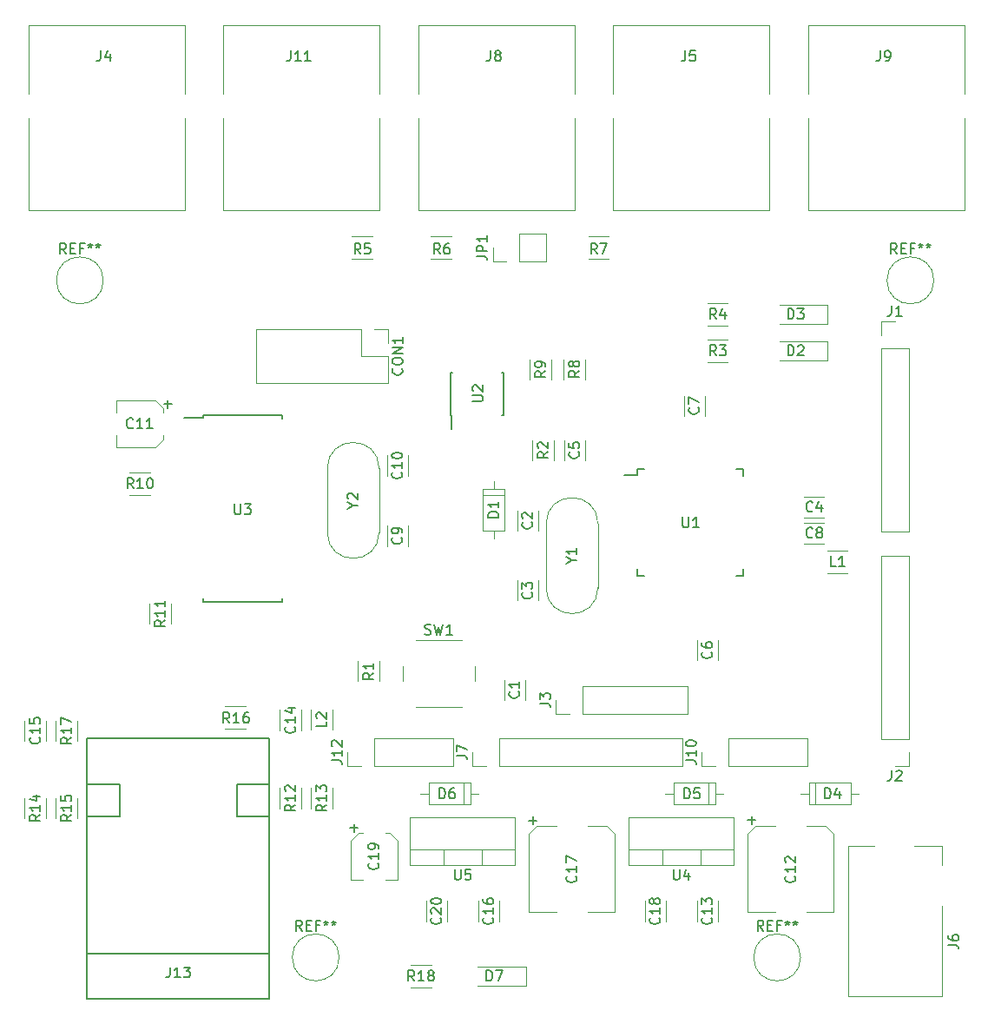
<source format=gbr>
G04 #@! TF.FileFunction,Legend,Top*
%FSLAX46Y46*%
G04 Gerber Fmt 4.6, Leading zero omitted, Abs format (unit mm)*
G04 Created by KiCad (PCBNEW 4.0.7-e2-6376~58~ubuntu16.04.1) date Wed Jun 27 11:11:34 2018*
%MOMM*%
%LPD*%
G01*
G04 APERTURE LIST*
%ADD10C,0.100000*%
%ADD11C,0.150000*%
%ADD12C,0.120000*%
G04 APERTURE END LIST*
D10*
D11*
X58991000Y-109112000D02*
X58991000Y-109362000D01*
X66741000Y-109112000D02*
X66741000Y-109457000D01*
X66741000Y-127362000D02*
X66741000Y-127017000D01*
X58991000Y-127362000D02*
X58991000Y-127017000D01*
X58991000Y-109112000D02*
X66741000Y-109112000D01*
X58991000Y-127362000D02*
X66741000Y-127362000D01*
X58991000Y-109362000D02*
X57166000Y-109362000D01*
D12*
X90508000Y-164780000D02*
X90508000Y-162880000D01*
X90508000Y-162880000D02*
X85808000Y-162880000D01*
X90508000Y-164780000D02*
X85808000Y-164780000D01*
X81296000Y-164900000D02*
X79296000Y-164900000D01*
X79296000Y-162760000D02*
X81296000Y-162760000D01*
X131092000Y-157000000D02*
X131092000Y-165800000D01*
X131092000Y-165800000D02*
X121892000Y-165800000D01*
X128392000Y-151100000D02*
X131092000Y-151100000D01*
X131092000Y-151100000D02*
X131092000Y-153000000D01*
X121892000Y-165800000D02*
X121892000Y-151100000D01*
X121892000Y-151100000D02*
X124492000Y-151100000D01*
X51864000Y-114754000D02*
X53864000Y-114754000D01*
X53864000Y-116894000D02*
X51864000Y-116894000D01*
X109224000Y-133048000D02*
X109224000Y-131048000D01*
X107184000Y-131048000D02*
X107184000Y-133048000D01*
D11*
X47720000Y-166040000D02*
X47720000Y-161595000D01*
X47720000Y-161595000D02*
X65500000Y-161595000D01*
X65500000Y-148260000D02*
X65500000Y-155245000D01*
X65500000Y-155245000D02*
X65500000Y-166040000D01*
X65500000Y-166040000D02*
X47720000Y-166040000D01*
X47720000Y-166040000D02*
X47720000Y-148260000D01*
X65500000Y-145085000D02*
X65500000Y-140640000D01*
X65500000Y-140640000D02*
X47720000Y-140640000D01*
X47720000Y-140640000D02*
X47720000Y-145085000D01*
X62325000Y-145085000D02*
X62325000Y-148260000D01*
X62325000Y-148260000D02*
X65500000Y-148260000D01*
X65500000Y-148260000D02*
X65500000Y-145085000D01*
X65500000Y-145085000D02*
X62325000Y-145085000D01*
X50895000Y-145085000D02*
X47720000Y-145085000D01*
X47720000Y-145085000D02*
X47720000Y-148260000D01*
X47720000Y-148260000D02*
X50895000Y-148260000D01*
X50895000Y-148260000D02*
X50895000Y-145085000D01*
D12*
X105914000Y-107236000D02*
X105914000Y-109236000D01*
X107954000Y-109236000D02*
X107954000Y-107236000D01*
X97521000Y-119711000D02*
X97521000Y-125961000D01*
X92471000Y-119711000D02*
X92471000Y-125961000D01*
X92471000Y-119711000D02*
G75*
G02X97521000Y-119711000I2525000J0D01*
G01*
X92471000Y-125961000D02*
G75*
G03X97521000Y-125961000I2525000J0D01*
G01*
X57238000Y-71124000D02*
X41998000Y-71124000D01*
X41998000Y-89154000D02*
X42008000Y-80164000D01*
X41998000Y-89154000D02*
X57238000Y-89154000D01*
X57238000Y-89154000D02*
X57238000Y-80154000D01*
X42008000Y-77824000D02*
X41998000Y-71124000D01*
X57238000Y-77834000D02*
X57238000Y-71124000D01*
X90428000Y-136922000D02*
X90428000Y-134922000D01*
X88388000Y-134922000D02*
X88388000Y-136922000D01*
X89658000Y-118412000D02*
X89658000Y-120412000D01*
X91698000Y-120412000D02*
X91698000Y-118412000D01*
X91698000Y-127206000D02*
X91698000Y-125206000D01*
X89658000Y-125206000D02*
X89658000Y-127206000D01*
X119586000Y-117090000D02*
X117586000Y-117090000D01*
X117586000Y-119130000D02*
X119586000Y-119130000D01*
X94230000Y-111554000D02*
X94230000Y-113554000D01*
X96270000Y-113554000D02*
X96270000Y-111554000D01*
X119586000Y-119630000D02*
X117586000Y-119630000D01*
X117586000Y-121670000D02*
X119586000Y-121670000D01*
X78998000Y-121904000D02*
X78998000Y-119904000D01*
X76958000Y-119904000D02*
X76958000Y-121904000D01*
X76958000Y-113046000D02*
X76958000Y-115046000D01*
X78998000Y-115046000D02*
X78998000Y-113046000D01*
X55100000Y-111502000D02*
X55100000Y-111102000D01*
X50520000Y-112272000D02*
X50520000Y-111102000D01*
X50520000Y-107692000D02*
X50520000Y-108862000D01*
X55100000Y-108462000D02*
X55100000Y-108862000D01*
X54330000Y-107692000D02*
X50520000Y-107692000D01*
X54330000Y-107692000D02*
X55100000Y-108462000D01*
X54330000Y-112272000D02*
X50520000Y-112272000D01*
X54330000Y-112272000D02*
X55100000Y-111502000D01*
X112142000Y-157606000D02*
X114822000Y-157606000D01*
X120522000Y-157606000D02*
X117842000Y-157606000D01*
X119762000Y-149226000D02*
X117842000Y-149226000D01*
X112902000Y-149226000D02*
X114822000Y-149226000D01*
X112142000Y-157606000D02*
X112142000Y-149986000D01*
X112142000Y-149986000D02*
X112902000Y-149226000D01*
X119762000Y-149226000D02*
X120522000Y-149986000D01*
X120522000Y-149986000D02*
X120522000Y-157606000D01*
X109224000Y-158480000D02*
X109224000Y-156480000D01*
X107184000Y-156480000D02*
X107184000Y-158480000D01*
X66512000Y-137856000D02*
X66512000Y-139856000D01*
X68552000Y-139856000D02*
X68552000Y-137856000D01*
X41620000Y-138904000D02*
X41620000Y-140904000D01*
X43660000Y-140904000D02*
X43660000Y-138904000D01*
X87888000Y-158480000D02*
X87888000Y-156480000D01*
X85848000Y-156480000D02*
X85848000Y-158480000D01*
X90806000Y-157608000D02*
X93486000Y-157608000D01*
X99186000Y-157608000D02*
X96506000Y-157608000D01*
X98426000Y-149228000D02*
X96506000Y-149228000D01*
X91566000Y-149228000D02*
X93486000Y-149228000D01*
X90806000Y-157608000D02*
X90806000Y-149988000D01*
X90806000Y-149988000D02*
X91566000Y-149228000D01*
X98426000Y-149228000D02*
X99186000Y-149988000D01*
X99186000Y-149988000D02*
X99186000Y-157608000D01*
X104144000Y-158480000D02*
X104144000Y-156480000D01*
X102104000Y-156480000D02*
X102104000Y-158480000D01*
X77212000Y-149856000D02*
X76812000Y-149856000D01*
X77982000Y-154436000D02*
X76812000Y-154436000D01*
X73402000Y-154436000D02*
X74572000Y-154436000D01*
X74172000Y-149856000D02*
X74572000Y-149856000D01*
X73402000Y-150626000D02*
X73402000Y-154436000D01*
X73402000Y-150626000D02*
X74172000Y-149856000D01*
X77982000Y-150626000D02*
X77982000Y-154436000D01*
X77982000Y-150626000D02*
X77212000Y-149856000D01*
X82808000Y-158480000D02*
X82808000Y-156480000D01*
X80768000Y-156480000D02*
X80768000Y-158480000D01*
X64202000Y-100778000D02*
X64202000Y-105978000D01*
X74422000Y-100778000D02*
X64202000Y-100778000D01*
X77022000Y-105978000D02*
X64202000Y-105978000D01*
X74422000Y-100778000D02*
X74422000Y-103378000D01*
X74422000Y-103378000D02*
X77022000Y-103378000D01*
X77022000Y-103378000D02*
X77022000Y-105978000D01*
X75692000Y-100778000D02*
X77022000Y-100778000D01*
X77022000Y-100778000D02*
X77022000Y-102108000D01*
X88436000Y-116304000D02*
X86316000Y-116304000D01*
X86316000Y-116304000D02*
X86316000Y-120424000D01*
X86316000Y-120424000D02*
X88436000Y-120424000D01*
X88436000Y-120424000D02*
X88436000Y-116304000D01*
X87376000Y-115534000D02*
X87376000Y-116304000D01*
X87376000Y-121194000D02*
X87376000Y-120424000D01*
X88436000Y-116964000D02*
X86316000Y-116964000D01*
X119908000Y-103820000D02*
X119908000Y-101920000D01*
X119908000Y-101920000D02*
X115208000Y-101920000D01*
X119908000Y-103820000D02*
X115208000Y-103820000D01*
X119908000Y-100264000D02*
X119908000Y-98364000D01*
X119908000Y-98364000D02*
X115208000Y-98364000D01*
X119908000Y-100264000D02*
X115208000Y-100264000D01*
X118082000Y-144990000D02*
X118082000Y-147110000D01*
X118082000Y-147110000D02*
X122202000Y-147110000D01*
X122202000Y-147110000D02*
X122202000Y-144990000D01*
X122202000Y-144990000D02*
X118082000Y-144990000D01*
X117312000Y-146050000D02*
X118082000Y-146050000D01*
X122972000Y-146050000D02*
X122202000Y-146050000D01*
X118742000Y-144990000D02*
X118742000Y-147110000D01*
X108994000Y-147110000D02*
X108994000Y-144990000D01*
X108994000Y-144990000D02*
X104874000Y-144990000D01*
X104874000Y-144990000D02*
X104874000Y-147110000D01*
X104874000Y-147110000D02*
X108994000Y-147110000D01*
X109764000Y-146050000D02*
X108994000Y-146050000D01*
X104104000Y-146050000D02*
X104874000Y-146050000D01*
X108334000Y-147110000D02*
X108334000Y-144990000D01*
X85118000Y-147110000D02*
X85118000Y-144990000D01*
X85118000Y-144990000D02*
X80998000Y-144990000D01*
X80998000Y-144990000D02*
X80998000Y-147110000D01*
X80998000Y-147110000D02*
X85118000Y-147110000D01*
X85888000Y-146050000D02*
X85118000Y-146050000D01*
X80228000Y-146050000D02*
X80998000Y-146050000D01*
X84458000Y-147110000D02*
X84458000Y-144990000D01*
X125162000Y-120456000D02*
X127822000Y-120456000D01*
X125162000Y-102616000D02*
X125162000Y-120456000D01*
X127822000Y-102616000D02*
X127822000Y-120456000D01*
X125162000Y-102616000D02*
X127822000Y-102616000D01*
X125162000Y-101346000D02*
X125162000Y-100016000D01*
X125162000Y-100016000D02*
X126492000Y-100016000D01*
X127822000Y-122876000D02*
X125162000Y-122876000D01*
X127822000Y-140716000D02*
X127822000Y-122876000D01*
X125162000Y-140716000D02*
X125162000Y-122876000D01*
X127822000Y-140716000D02*
X125162000Y-140716000D01*
X127822000Y-141986000D02*
X127822000Y-143316000D01*
X127822000Y-143316000D02*
X126492000Y-143316000D01*
X106232000Y-138236000D02*
X106232000Y-135576000D01*
X96012000Y-138236000D02*
X106232000Y-138236000D01*
X96012000Y-135576000D02*
X106232000Y-135576000D01*
X96012000Y-138236000D02*
X96012000Y-135576000D01*
X94742000Y-138236000D02*
X93412000Y-138236000D01*
X93412000Y-138236000D02*
X93412000Y-136906000D01*
X114248500Y-71124000D02*
X99008500Y-71124000D01*
X99008500Y-89154000D02*
X99018500Y-80164000D01*
X99008500Y-89154000D02*
X114248500Y-89154000D01*
X114248500Y-89154000D02*
X114248500Y-80154000D01*
X99018500Y-77824000D02*
X99008500Y-71124000D01*
X114248500Y-77834000D02*
X114248500Y-71124000D01*
X105724000Y-143316000D02*
X105724000Y-140656000D01*
X87884000Y-143316000D02*
X105724000Y-143316000D01*
X87884000Y-140656000D02*
X105724000Y-140656000D01*
X87884000Y-143316000D02*
X87884000Y-140656000D01*
X86614000Y-143316000D02*
X85284000Y-143316000D01*
X85284000Y-143316000D02*
X85284000Y-141986000D01*
X95245000Y-71124000D02*
X80005000Y-71124000D01*
X80005000Y-89154000D02*
X80015000Y-80164000D01*
X80005000Y-89154000D02*
X95245000Y-89154000D01*
X95245000Y-89154000D02*
X95245000Y-80154000D01*
X80015000Y-77824000D02*
X80005000Y-71124000D01*
X95245000Y-77834000D02*
X95245000Y-71124000D01*
X133252000Y-71124000D02*
X118012000Y-71124000D01*
X118012000Y-89154000D02*
X118022000Y-80164000D01*
X118012000Y-89154000D02*
X133252000Y-89154000D01*
X133252000Y-89154000D02*
X133252000Y-80154000D01*
X118022000Y-77824000D02*
X118012000Y-71124000D01*
X133252000Y-77834000D02*
X133252000Y-71124000D01*
X117916000Y-143316000D02*
X117916000Y-140656000D01*
X110236000Y-143316000D02*
X117916000Y-143316000D01*
X110236000Y-140656000D02*
X117916000Y-140656000D01*
X110236000Y-143316000D02*
X110236000Y-140656000D01*
X108966000Y-143316000D02*
X107636000Y-143316000D01*
X107636000Y-143316000D02*
X107636000Y-141986000D01*
X76241500Y-71124000D02*
X61001500Y-71124000D01*
X61001500Y-89154000D02*
X61011500Y-80164000D01*
X61001500Y-89154000D02*
X76241500Y-89154000D01*
X76241500Y-89154000D02*
X76241500Y-80154000D01*
X61011500Y-77824000D02*
X61001500Y-71124000D01*
X76241500Y-77834000D02*
X76241500Y-71124000D01*
X83372000Y-143316000D02*
X83372000Y-140656000D01*
X75692000Y-143316000D02*
X83372000Y-143316000D01*
X75692000Y-140656000D02*
X83372000Y-140656000D01*
X75692000Y-143316000D02*
X75692000Y-140656000D01*
X74422000Y-143316000D02*
X73092000Y-143316000D01*
X73092000Y-143316000D02*
X73092000Y-141986000D01*
X92474420Y-94140780D02*
X92474420Y-91480780D01*
X89874420Y-94140780D02*
X92474420Y-94140780D01*
X89874420Y-91480780D02*
X92474420Y-91480780D01*
X89874420Y-94140780D02*
X89874420Y-91480780D01*
X88604420Y-94140780D02*
X87274420Y-94140780D01*
X87274420Y-94140780D02*
X87274420Y-92810780D01*
X119872000Y-122374000D02*
X121872000Y-122374000D01*
X121872000Y-124514000D02*
X119872000Y-124514000D01*
X69510000Y-139824000D02*
X69510000Y-137824000D01*
X71650000Y-137824000D02*
X71650000Y-139824000D01*
X74114000Y-135080000D02*
X74114000Y-133080000D01*
X76254000Y-133080000D02*
X76254000Y-135080000D01*
X91132000Y-113554000D02*
X91132000Y-111554000D01*
X93272000Y-111554000D02*
X93272000Y-113554000D01*
X108188000Y-101800000D02*
X110188000Y-101800000D01*
X110188000Y-103940000D02*
X108188000Y-103940000D01*
X108188000Y-98244000D02*
X110188000Y-98244000D01*
X110188000Y-100384000D02*
X108188000Y-100384000D01*
X75539420Y-93880780D02*
X73539420Y-93880780D01*
X73539420Y-91740780D02*
X75539420Y-91740780D01*
X83222420Y-93880780D02*
X81222420Y-93880780D01*
X81222420Y-91740780D02*
X83222420Y-91740780D01*
X98589420Y-93880780D02*
X96589420Y-93880780D01*
X96589420Y-91740780D02*
X98589420Y-91740780D01*
X96320000Y-103680000D02*
X96320000Y-105680000D01*
X94180000Y-105680000D02*
X94180000Y-103680000D01*
X93018000Y-103680000D02*
X93018000Y-105680000D01*
X90878000Y-105680000D02*
X90878000Y-103680000D01*
X53794000Y-129492000D02*
X53794000Y-127492000D01*
X55934000Y-127492000D02*
X55934000Y-129492000D01*
X68602000Y-145476000D02*
X68602000Y-147476000D01*
X66462000Y-147476000D02*
X66462000Y-145476000D01*
X69510000Y-147476000D02*
X69510000Y-145476000D01*
X71650000Y-145476000D02*
X71650000Y-147476000D01*
X43710000Y-146460000D02*
X43710000Y-148460000D01*
X41570000Y-148460000D02*
X41570000Y-146460000D01*
X44618000Y-148460000D02*
X44618000Y-146460000D01*
X46758000Y-146460000D02*
X46758000Y-148460000D01*
X61166000Y-137532000D02*
X63166000Y-137532000D01*
X63166000Y-139672000D02*
X61166000Y-139672000D01*
X46758000Y-138904000D02*
X46758000Y-140904000D01*
X44618000Y-140904000D02*
X44618000Y-138904000D01*
X79740000Y-137580000D02*
X84240000Y-137580000D01*
X78490000Y-133580000D02*
X78490000Y-135080000D01*
X84240000Y-131080000D02*
X79740000Y-131080000D01*
X85490000Y-135080000D02*
X85490000Y-133580000D01*
D11*
X101378000Y-114421000D02*
X101378000Y-114996000D01*
X111728000Y-114421000D02*
X111728000Y-115096000D01*
X111728000Y-124771000D02*
X111728000Y-124096000D01*
X101378000Y-124771000D02*
X101378000Y-124096000D01*
X101378000Y-114421000D02*
X102053000Y-114421000D01*
X101378000Y-124771000D02*
X102053000Y-124771000D01*
X111728000Y-124771000D02*
X111053000Y-124771000D01*
X111728000Y-114421000D02*
X111053000Y-114421000D01*
X101378000Y-114996000D02*
X100103000Y-114996000D01*
X83150000Y-109103000D02*
X83200000Y-109103000D01*
X83150000Y-104953000D02*
X83295000Y-104953000D01*
X88300000Y-104953000D02*
X88155000Y-104953000D01*
X88300000Y-109103000D02*
X88155000Y-109103000D01*
X83150000Y-109103000D02*
X83150000Y-104953000D01*
X88300000Y-109103000D02*
X88300000Y-104953000D01*
X83200000Y-109103000D02*
X83200000Y-110503000D01*
D12*
X110784000Y-152988000D02*
X100544000Y-152988000D01*
X110784000Y-148347000D02*
X100544000Y-148347000D01*
X110784000Y-152988000D02*
X110784000Y-148347000D01*
X100544000Y-152988000D02*
X100544000Y-148347000D01*
X110784000Y-151478000D02*
X100544000Y-151478000D01*
X107514000Y-152988000D02*
X107514000Y-151478000D01*
X103813000Y-152988000D02*
X103813000Y-151478000D01*
X89448000Y-152988000D02*
X79208000Y-152988000D01*
X89448000Y-148347000D02*
X79208000Y-148347000D01*
X89448000Y-152988000D02*
X89448000Y-148347000D01*
X79208000Y-152988000D02*
X79208000Y-148347000D01*
X89448000Y-151478000D02*
X79208000Y-151478000D01*
X86178000Y-152988000D02*
X86178000Y-151478000D01*
X82477000Y-152988000D02*
X82477000Y-151478000D01*
X71135000Y-120573000D02*
X71135000Y-114323000D01*
X76185000Y-120573000D02*
X76185000Y-114323000D01*
X76185000Y-120573000D02*
G75*
G02X71135000Y-120573000I-2525000J0D01*
G01*
X76185000Y-114323000D02*
G75*
G03X71135000Y-114323000I-2525000J0D01*
G01*
X130286000Y-96000000D02*
G75*
G03X130286000Y-96000000I-2286000J0D01*
G01*
X49286000Y-96000000D02*
G75*
G03X49286000Y-96000000I-2286000J0D01*
G01*
X117286000Y-162000000D02*
G75*
G03X117286000Y-162000000I-2286000J0D01*
G01*
X72286000Y-162000000D02*
G75*
G03X72286000Y-162000000I-2286000J0D01*
G01*
D11*
X62104095Y-117816381D02*
X62104095Y-118625905D01*
X62151714Y-118721143D01*
X62199333Y-118768762D01*
X62294571Y-118816381D01*
X62485048Y-118816381D01*
X62580286Y-118768762D01*
X62627905Y-118721143D01*
X62675524Y-118625905D01*
X62675524Y-117816381D01*
X63056476Y-117816381D02*
X63675524Y-117816381D01*
X63342190Y-118197333D01*
X63485048Y-118197333D01*
X63580286Y-118244952D01*
X63627905Y-118292571D01*
X63675524Y-118387810D01*
X63675524Y-118625905D01*
X63627905Y-118721143D01*
X63580286Y-118768762D01*
X63485048Y-118816381D01*
X63199333Y-118816381D01*
X63104095Y-118768762D01*
X63056476Y-118721143D01*
X86669905Y-164282381D02*
X86669905Y-163282381D01*
X86908000Y-163282381D01*
X87050858Y-163330000D01*
X87146096Y-163425238D01*
X87193715Y-163520476D01*
X87241334Y-163710952D01*
X87241334Y-163853810D01*
X87193715Y-164044286D01*
X87146096Y-164139524D01*
X87050858Y-164234762D01*
X86908000Y-164282381D01*
X86669905Y-164282381D01*
X87574667Y-163282381D02*
X88241334Y-163282381D01*
X87812762Y-164282381D01*
X79621143Y-164282381D02*
X79287809Y-163806190D01*
X79049714Y-164282381D02*
X79049714Y-163282381D01*
X79430667Y-163282381D01*
X79525905Y-163330000D01*
X79573524Y-163377619D01*
X79621143Y-163472857D01*
X79621143Y-163615714D01*
X79573524Y-163710952D01*
X79525905Y-163758571D01*
X79430667Y-163806190D01*
X79049714Y-163806190D01*
X80573524Y-164282381D02*
X80002095Y-164282381D01*
X80287809Y-164282381D02*
X80287809Y-163282381D01*
X80192571Y-163425238D01*
X80097333Y-163520476D01*
X80002095Y-163568095D01*
X81144952Y-163710952D02*
X81049714Y-163663333D01*
X81002095Y-163615714D01*
X80954476Y-163520476D01*
X80954476Y-163472857D01*
X81002095Y-163377619D01*
X81049714Y-163330000D01*
X81144952Y-163282381D01*
X81335429Y-163282381D01*
X81430667Y-163330000D01*
X81478286Y-163377619D01*
X81525905Y-163472857D01*
X81525905Y-163520476D01*
X81478286Y-163615714D01*
X81430667Y-163663333D01*
X81335429Y-163710952D01*
X81144952Y-163710952D01*
X81049714Y-163758571D01*
X81002095Y-163806190D01*
X80954476Y-163901429D01*
X80954476Y-164091905D01*
X81002095Y-164187143D01*
X81049714Y-164234762D01*
X81144952Y-164282381D01*
X81335429Y-164282381D01*
X81430667Y-164234762D01*
X81478286Y-164187143D01*
X81525905Y-164091905D01*
X81525905Y-163901429D01*
X81478286Y-163806190D01*
X81430667Y-163758571D01*
X81335429Y-163710952D01*
X131694381Y-160783333D02*
X132408667Y-160783333D01*
X132551524Y-160830953D01*
X132646762Y-160926191D01*
X132694381Y-161069048D01*
X132694381Y-161164286D01*
X131694381Y-159878571D02*
X131694381Y-160069048D01*
X131742000Y-160164286D01*
X131789619Y-160211905D01*
X131932476Y-160307143D01*
X132122952Y-160354762D01*
X132503905Y-160354762D01*
X132599143Y-160307143D01*
X132646762Y-160259524D01*
X132694381Y-160164286D01*
X132694381Y-159973809D01*
X132646762Y-159878571D01*
X132599143Y-159830952D01*
X132503905Y-159783333D01*
X132265810Y-159783333D01*
X132170571Y-159830952D01*
X132122952Y-159878571D01*
X132075333Y-159973809D01*
X132075333Y-160164286D01*
X132122952Y-160259524D01*
X132170571Y-160307143D01*
X132265810Y-160354762D01*
X52221143Y-116276381D02*
X51887809Y-115800190D01*
X51649714Y-116276381D02*
X51649714Y-115276381D01*
X52030667Y-115276381D01*
X52125905Y-115324000D01*
X52173524Y-115371619D01*
X52221143Y-115466857D01*
X52221143Y-115609714D01*
X52173524Y-115704952D01*
X52125905Y-115752571D01*
X52030667Y-115800190D01*
X51649714Y-115800190D01*
X53173524Y-116276381D02*
X52602095Y-116276381D01*
X52887809Y-116276381D02*
X52887809Y-115276381D01*
X52792571Y-115419238D01*
X52697333Y-115514476D01*
X52602095Y-115562095D01*
X53792571Y-115276381D02*
X53887810Y-115276381D01*
X53983048Y-115324000D01*
X54030667Y-115371619D01*
X54078286Y-115466857D01*
X54125905Y-115657333D01*
X54125905Y-115895429D01*
X54078286Y-116085905D01*
X54030667Y-116181143D01*
X53983048Y-116228762D01*
X53887810Y-116276381D01*
X53792571Y-116276381D01*
X53697333Y-116228762D01*
X53649714Y-116181143D01*
X53602095Y-116085905D01*
X53554476Y-115895429D01*
X53554476Y-115657333D01*
X53602095Y-115466857D01*
X53649714Y-115371619D01*
X53697333Y-115324000D01*
X53792571Y-115276381D01*
X108561143Y-132214666D02*
X108608762Y-132262285D01*
X108656381Y-132405142D01*
X108656381Y-132500380D01*
X108608762Y-132643238D01*
X108513524Y-132738476D01*
X108418286Y-132786095D01*
X108227810Y-132833714D01*
X108084952Y-132833714D01*
X107894476Y-132786095D01*
X107799238Y-132738476D01*
X107704000Y-132643238D01*
X107656381Y-132500380D01*
X107656381Y-132405142D01*
X107704000Y-132262285D01*
X107751619Y-132214666D01*
X107656381Y-131357523D02*
X107656381Y-131548000D01*
X107704000Y-131643238D01*
X107751619Y-131690857D01*
X107894476Y-131786095D01*
X108084952Y-131833714D01*
X108465905Y-131833714D01*
X108561143Y-131786095D01*
X108608762Y-131738476D01*
X108656381Y-131643238D01*
X108656381Y-131452761D01*
X108608762Y-131357523D01*
X108561143Y-131309904D01*
X108465905Y-131262285D01*
X108227810Y-131262285D01*
X108132571Y-131309904D01*
X108084952Y-131357523D01*
X108037333Y-131452761D01*
X108037333Y-131643238D01*
X108084952Y-131738476D01*
X108132571Y-131786095D01*
X108227810Y-131833714D01*
X55800477Y-162952381D02*
X55800477Y-163666667D01*
X55752857Y-163809524D01*
X55657619Y-163904762D01*
X55514762Y-163952381D01*
X55419524Y-163952381D01*
X56800477Y-163952381D02*
X56229048Y-163952381D01*
X56514762Y-163952381D02*
X56514762Y-162952381D01*
X56419524Y-163095238D01*
X56324286Y-163190476D01*
X56229048Y-163238095D01*
X57133810Y-162952381D02*
X57752858Y-162952381D01*
X57419524Y-163333333D01*
X57562382Y-163333333D01*
X57657620Y-163380952D01*
X57705239Y-163428571D01*
X57752858Y-163523810D01*
X57752858Y-163761905D01*
X57705239Y-163857143D01*
X57657620Y-163904762D01*
X57562382Y-163952381D01*
X57276667Y-163952381D01*
X57181429Y-163904762D01*
X57133810Y-163857143D01*
X107291143Y-108402666D02*
X107338762Y-108450285D01*
X107386381Y-108593142D01*
X107386381Y-108688380D01*
X107338762Y-108831238D01*
X107243524Y-108926476D01*
X107148286Y-108974095D01*
X106957810Y-109021714D01*
X106814952Y-109021714D01*
X106624476Y-108974095D01*
X106529238Y-108926476D01*
X106434000Y-108831238D01*
X106386381Y-108688380D01*
X106386381Y-108593142D01*
X106434000Y-108450285D01*
X106481619Y-108402666D01*
X106386381Y-108069333D02*
X106386381Y-107402666D01*
X107386381Y-107831238D01*
X94972190Y-123312191D02*
X95448381Y-123312191D01*
X94448381Y-123645524D02*
X94972190Y-123312191D01*
X94448381Y-122978857D01*
X95448381Y-122121714D02*
X95448381Y-122693143D01*
X95448381Y-122407429D02*
X94448381Y-122407429D01*
X94591238Y-122502667D01*
X94686476Y-122597905D01*
X94734095Y-122693143D01*
X49034667Y-73616381D02*
X49034667Y-74330667D01*
X48987047Y-74473524D01*
X48891809Y-74568762D01*
X48748952Y-74616381D01*
X48653714Y-74616381D01*
X49939429Y-73949714D02*
X49939429Y-74616381D01*
X49701333Y-73568762D02*
X49463238Y-74283048D01*
X50082286Y-74283048D01*
X89765143Y-136088666D02*
X89812762Y-136136285D01*
X89860381Y-136279142D01*
X89860381Y-136374380D01*
X89812762Y-136517238D01*
X89717524Y-136612476D01*
X89622286Y-136660095D01*
X89431810Y-136707714D01*
X89288952Y-136707714D01*
X89098476Y-136660095D01*
X89003238Y-136612476D01*
X88908000Y-136517238D01*
X88860381Y-136374380D01*
X88860381Y-136279142D01*
X88908000Y-136136285D01*
X88955619Y-136088666D01*
X89860381Y-135136285D02*
X89860381Y-135707714D01*
X89860381Y-135422000D02*
X88860381Y-135422000D01*
X89003238Y-135517238D01*
X89098476Y-135612476D01*
X89146095Y-135707714D01*
X91035143Y-119578666D02*
X91082762Y-119626285D01*
X91130381Y-119769142D01*
X91130381Y-119864380D01*
X91082762Y-120007238D01*
X90987524Y-120102476D01*
X90892286Y-120150095D01*
X90701810Y-120197714D01*
X90558952Y-120197714D01*
X90368476Y-120150095D01*
X90273238Y-120102476D01*
X90178000Y-120007238D01*
X90130381Y-119864380D01*
X90130381Y-119769142D01*
X90178000Y-119626285D01*
X90225619Y-119578666D01*
X90225619Y-119197714D02*
X90178000Y-119150095D01*
X90130381Y-119054857D01*
X90130381Y-118816761D01*
X90178000Y-118721523D01*
X90225619Y-118673904D01*
X90320857Y-118626285D01*
X90416095Y-118626285D01*
X90558952Y-118673904D01*
X91130381Y-119245333D01*
X91130381Y-118626285D01*
X91035143Y-126404666D02*
X91082762Y-126452285D01*
X91130381Y-126595142D01*
X91130381Y-126690380D01*
X91082762Y-126833238D01*
X90987524Y-126928476D01*
X90892286Y-126976095D01*
X90701810Y-127023714D01*
X90558952Y-127023714D01*
X90368476Y-126976095D01*
X90273238Y-126928476D01*
X90178000Y-126833238D01*
X90130381Y-126690380D01*
X90130381Y-126595142D01*
X90178000Y-126452285D01*
X90225619Y-126404666D01*
X90130381Y-126071333D02*
X90130381Y-125452285D01*
X90511333Y-125785619D01*
X90511333Y-125642761D01*
X90558952Y-125547523D01*
X90606571Y-125499904D01*
X90701810Y-125452285D01*
X90939905Y-125452285D01*
X91035143Y-125499904D01*
X91082762Y-125547523D01*
X91130381Y-125642761D01*
X91130381Y-125928476D01*
X91082762Y-126023714D01*
X91035143Y-126071333D01*
X118451334Y-118467143D02*
X118403715Y-118514762D01*
X118260858Y-118562381D01*
X118165620Y-118562381D01*
X118022762Y-118514762D01*
X117927524Y-118419524D01*
X117879905Y-118324286D01*
X117832286Y-118133810D01*
X117832286Y-117990952D01*
X117879905Y-117800476D01*
X117927524Y-117705238D01*
X118022762Y-117610000D01*
X118165620Y-117562381D01*
X118260858Y-117562381D01*
X118403715Y-117610000D01*
X118451334Y-117657619D01*
X119308477Y-117895714D02*
X119308477Y-118562381D01*
X119070381Y-117514762D02*
X118832286Y-118229048D01*
X119451334Y-118229048D01*
X95607143Y-112720666D02*
X95654762Y-112768285D01*
X95702381Y-112911142D01*
X95702381Y-113006380D01*
X95654762Y-113149238D01*
X95559524Y-113244476D01*
X95464286Y-113292095D01*
X95273810Y-113339714D01*
X95130952Y-113339714D01*
X94940476Y-113292095D01*
X94845238Y-113244476D01*
X94750000Y-113149238D01*
X94702381Y-113006380D01*
X94702381Y-112911142D01*
X94750000Y-112768285D01*
X94797619Y-112720666D01*
X94702381Y-111815904D02*
X94702381Y-112292095D01*
X95178571Y-112339714D01*
X95130952Y-112292095D01*
X95083333Y-112196857D01*
X95083333Y-111958761D01*
X95130952Y-111863523D01*
X95178571Y-111815904D01*
X95273810Y-111768285D01*
X95511905Y-111768285D01*
X95607143Y-111815904D01*
X95654762Y-111863523D01*
X95702381Y-111958761D01*
X95702381Y-112196857D01*
X95654762Y-112292095D01*
X95607143Y-112339714D01*
X118451334Y-121007143D02*
X118403715Y-121054762D01*
X118260858Y-121102381D01*
X118165620Y-121102381D01*
X118022762Y-121054762D01*
X117927524Y-120959524D01*
X117879905Y-120864286D01*
X117832286Y-120673810D01*
X117832286Y-120530952D01*
X117879905Y-120340476D01*
X117927524Y-120245238D01*
X118022762Y-120150000D01*
X118165620Y-120102381D01*
X118260858Y-120102381D01*
X118403715Y-120150000D01*
X118451334Y-120197619D01*
X119022762Y-120530952D02*
X118927524Y-120483333D01*
X118879905Y-120435714D01*
X118832286Y-120340476D01*
X118832286Y-120292857D01*
X118879905Y-120197619D01*
X118927524Y-120150000D01*
X119022762Y-120102381D01*
X119213239Y-120102381D01*
X119308477Y-120150000D01*
X119356096Y-120197619D01*
X119403715Y-120292857D01*
X119403715Y-120340476D01*
X119356096Y-120435714D01*
X119308477Y-120483333D01*
X119213239Y-120530952D01*
X119022762Y-120530952D01*
X118927524Y-120578571D01*
X118879905Y-120626190D01*
X118832286Y-120721429D01*
X118832286Y-120911905D01*
X118879905Y-121007143D01*
X118927524Y-121054762D01*
X119022762Y-121102381D01*
X119213239Y-121102381D01*
X119308477Y-121054762D01*
X119356096Y-121007143D01*
X119403715Y-120911905D01*
X119403715Y-120721429D01*
X119356096Y-120626190D01*
X119308477Y-120578571D01*
X119213239Y-120530952D01*
X78335143Y-121070666D02*
X78382762Y-121118285D01*
X78430381Y-121261142D01*
X78430381Y-121356380D01*
X78382762Y-121499238D01*
X78287524Y-121594476D01*
X78192286Y-121642095D01*
X78001810Y-121689714D01*
X77858952Y-121689714D01*
X77668476Y-121642095D01*
X77573238Y-121594476D01*
X77478000Y-121499238D01*
X77430381Y-121356380D01*
X77430381Y-121261142D01*
X77478000Y-121118285D01*
X77525619Y-121070666D01*
X78430381Y-120594476D02*
X78430381Y-120404000D01*
X78382762Y-120308761D01*
X78335143Y-120261142D01*
X78192286Y-120165904D01*
X78001810Y-120118285D01*
X77620857Y-120118285D01*
X77525619Y-120165904D01*
X77478000Y-120213523D01*
X77430381Y-120308761D01*
X77430381Y-120499238D01*
X77478000Y-120594476D01*
X77525619Y-120642095D01*
X77620857Y-120689714D01*
X77858952Y-120689714D01*
X77954190Y-120642095D01*
X78001810Y-120594476D01*
X78049429Y-120499238D01*
X78049429Y-120308761D01*
X78001810Y-120213523D01*
X77954190Y-120165904D01*
X77858952Y-120118285D01*
X78335143Y-114688857D02*
X78382762Y-114736476D01*
X78430381Y-114879333D01*
X78430381Y-114974571D01*
X78382762Y-115117429D01*
X78287524Y-115212667D01*
X78192286Y-115260286D01*
X78001810Y-115307905D01*
X77858952Y-115307905D01*
X77668476Y-115260286D01*
X77573238Y-115212667D01*
X77478000Y-115117429D01*
X77430381Y-114974571D01*
X77430381Y-114879333D01*
X77478000Y-114736476D01*
X77525619Y-114688857D01*
X78430381Y-113736476D02*
X78430381Y-114307905D01*
X78430381Y-114022191D02*
X77430381Y-114022191D01*
X77573238Y-114117429D01*
X77668476Y-114212667D01*
X77716095Y-114307905D01*
X77430381Y-113117429D02*
X77430381Y-113022190D01*
X77478000Y-112926952D01*
X77525619Y-112879333D01*
X77620857Y-112831714D01*
X77811333Y-112784095D01*
X78049429Y-112784095D01*
X78239905Y-112831714D01*
X78335143Y-112879333D01*
X78382762Y-112926952D01*
X78430381Y-113022190D01*
X78430381Y-113117429D01*
X78382762Y-113212667D01*
X78335143Y-113260286D01*
X78239905Y-113307905D01*
X78049429Y-113355524D01*
X77811333Y-113355524D01*
X77620857Y-113307905D01*
X77525619Y-113260286D01*
X77478000Y-113212667D01*
X77430381Y-113117429D01*
X52189143Y-110339143D02*
X52141524Y-110386762D01*
X51998667Y-110434381D01*
X51903429Y-110434381D01*
X51760571Y-110386762D01*
X51665333Y-110291524D01*
X51617714Y-110196286D01*
X51570095Y-110005810D01*
X51570095Y-109862952D01*
X51617714Y-109672476D01*
X51665333Y-109577238D01*
X51760571Y-109482000D01*
X51903429Y-109434381D01*
X51998667Y-109434381D01*
X52141524Y-109482000D01*
X52189143Y-109529619D01*
X53141524Y-110434381D02*
X52570095Y-110434381D01*
X52855809Y-110434381D02*
X52855809Y-109434381D01*
X52760571Y-109577238D01*
X52665333Y-109672476D01*
X52570095Y-109720095D01*
X54093905Y-110434381D02*
X53522476Y-110434381D01*
X53808190Y-110434381D02*
X53808190Y-109434381D01*
X53712952Y-109577238D01*
X53617714Y-109672476D01*
X53522476Y-109720095D01*
X55199048Y-108043429D02*
X55960953Y-108043429D01*
X55580001Y-108424381D02*
X55580001Y-107662476D01*
X116689143Y-154058857D02*
X116736762Y-154106476D01*
X116784381Y-154249333D01*
X116784381Y-154344571D01*
X116736762Y-154487429D01*
X116641524Y-154582667D01*
X116546286Y-154630286D01*
X116355810Y-154677905D01*
X116212952Y-154677905D01*
X116022476Y-154630286D01*
X115927238Y-154582667D01*
X115832000Y-154487429D01*
X115784381Y-154344571D01*
X115784381Y-154249333D01*
X115832000Y-154106476D01*
X115879619Y-154058857D01*
X116784381Y-153106476D02*
X116784381Y-153677905D01*
X116784381Y-153392191D02*
X115784381Y-153392191D01*
X115927238Y-153487429D01*
X116022476Y-153582667D01*
X116070095Y-153677905D01*
X115879619Y-152725524D02*
X115832000Y-152677905D01*
X115784381Y-152582667D01*
X115784381Y-152344571D01*
X115832000Y-152249333D01*
X115879619Y-152201714D01*
X115974857Y-152154095D01*
X116070095Y-152154095D01*
X116212952Y-152201714D01*
X116784381Y-152773143D01*
X116784381Y-152154095D01*
X112503429Y-149016952D02*
X112503429Y-148255047D01*
X112884381Y-148635999D02*
X112122476Y-148635999D01*
X108561143Y-158122857D02*
X108608762Y-158170476D01*
X108656381Y-158313333D01*
X108656381Y-158408571D01*
X108608762Y-158551429D01*
X108513524Y-158646667D01*
X108418286Y-158694286D01*
X108227810Y-158741905D01*
X108084952Y-158741905D01*
X107894476Y-158694286D01*
X107799238Y-158646667D01*
X107704000Y-158551429D01*
X107656381Y-158408571D01*
X107656381Y-158313333D01*
X107704000Y-158170476D01*
X107751619Y-158122857D01*
X108656381Y-157170476D02*
X108656381Y-157741905D01*
X108656381Y-157456191D02*
X107656381Y-157456191D01*
X107799238Y-157551429D01*
X107894476Y-157646667D01*
X107942095Y-157741905D01*
X107656381Y-156837143D02*
X107656381Y-156218095D01*
X108037333Y-156551429D01*
X108037333Y-156408571D01*
X108084952Y-156313333D01*
X108132571Y-156265714D01*
X108227810Y-156218095D01*
X108465905Y-156218095D01*
X108561143Y-156265714D01*
X108608762Y-156313333D01*
X108656381Y-156408571D01*
X108656381Y-156694286D01*
X108608762Y-156789524D01*
X108561143Y-156837143D01*
X67921143Y-139498857D02*
X67968762Y-139546476D01*
X68016381Y-139689333D01*
X68016381Y-139784571D01*
X67968762Y-139927429D01*
X67873524Y-140022667D01*
X67778286Y-140070286D01*
X67587810Y-140117905D01*
X67444952Y-140117905D01*
X67254476Y-140070286D01*
X67159238Y-140022667D01*
X67064000Y-139927429D01*
X67016381Y-139784571D01*
X67016381Y-139689333D01*
X67064000Y-139546476D01*
X67111619Y-139498857D01*
X68016381Y-138546476D02*
X68016381Y-139117905D01*
X68016381Y-138832191D02*
X67016381Y-138832191D01*
X67159238Y-138927429D01*
X67254476Y-139022667D01*
X67302095Y-139117905D01*
X67349714Y-137689333D02*
X68016381Y-137689333D01*
X66968762Y-137927429D02*
X67683048Y-138165524D01*
X67683048Y-137546476D01*
X43029143Y-140546857D02*
X43076762Y-140594476D01*
X43124381Y-140737333D01*
X43124381Y-140832571D01*
X43076762Y-140975429D01*
X42981524Y-141070667D01*
X42886286Y-141118286D01*
X42695810Y-141165905D01*
X42552952Y-141165905D01*
X42362476Y-141118286D01*
X42267238Y-141070667D01*
X42172000Y-140975429D01*
X42124381Y-140832571D01*
X42124381Y-140737333D01*
X42172000Y-140594476D01*
X42219619Y-140546857D01*
X43124381Y-139594476D02*
X43124381Y-140165905D01*
X43124381Y-139880191D02*
X42124381Y-139880191D01*
X42267238Y-139975429D01*
X42362476Y-140070667D01*
X42410095Y-140165905D01*
X42124381Y-138689714D02*
X42124381Y-139165905D01*
X42600571Y-139213524D01*
X42552952Y-139165905D01*
X42505333Y-139070667D01*
X42505333Y-138832571D01*
X42552952Y-138737333D01*
X42600571Y-138689714D01*
X42695810Y-138642095D01*
X42933905Y-138642095D01*
X43029143Y-138689714D01*
X43076762Y-138737333D01*
X43124381Y-138832571D01*
X43124381Y-139070667D01*
X43076762Y-139165905D01*
X43029143Y-139213524D01*
X87225143Y-158122857D02*
X87272762Y-158170476D01*
X87320381Y-158313333D01*
X87320381Y-158408571D01*
X87272762Y-158551429D01*
X87177524Y-158646667D01*
X87082286Y-158694286D01*
X86891810Y-158741905D01*
X86748952Y-158741905D01*
X86558476Y-158694286D01*
X86463238Y-158646667D01*
X86368000Y-158551429D01*
X86320381Y-158408571D01*
X86320381Y-158313333D01*
X86368000Y-158170476D01*
X86415619Y-158122857D01*
X87320381Y-157170476D02*
X87320381Y-157741905D01*
X87320381Y-157456191D02*
X86320381Y-157456191D01*
X86463238Y-157551429D01*
X86558476Y-157646667D01*
X86606095Y-157741905D01*
X86320381Y-156313333D02*
X86320381Y-156503810D01*
X86368000Y-156599048D01*
X86415619Y-156646667D01*
X86558476Y-156741905D01*
X86748952Y-156789524D01*
X87129905Y-156789524D01*
X87225143Y-156741905D01*
X87272762Y-156694286D01*
X87320381Y-156599048D01*
X87320381Y-156408571D01*
X87272762Y-156313333D01*
X87225143Y-156265714D01*
X87129905Y-156218095D01*
X86891810Y-156218095D01*
X86796571Y-156265714D01*
X86748952Y-156313333D01*
X86701333Y-156408571D01*
X86701333Y-156599048D01*
X86748952Y-156694286D01*
X86796571Y-156741905D01*
X86891810Y-156789524D01*
X95353143Y-154058857D02*
X95400762Y-154106476D01*
X95448381Y-154249333D01*
X95448381Y-154344571D01*
X95400762Y-154487429D01*
X95305524Y-154582667D01*
X95210286Y-154630286D01*
X95019810Y-154677905D01*
X94876952Y-154677905D01*
X94686476Y-154630286D01*
X94591238Y-154582667D01*
X94496000Y-154487429D01*
X94448381Y-154344571D01*
X94448381Y-154249333D01*
X94496000Y-154106476D01*
X94543619Y-154058857D01*
X95448381Y-153106476D02*
X95448381Y-153677905D01*
X95448381Y-153392191D02*
X94448381Y-153392191D01*
X94591238Y-153487429D01*
X94686476Y-153582667D01*
X94734095Y-153677905D01*
X94448381Y-152773143D02*
X94448381Y-152106476D01*
X95448381Y-152535048D01*
X91167429Y-149018952D02*
X91167429Y-148257047D01*
X91548381Y-148637999D02*
X90786476Y-148637999D01*
X103481143Y-158122857D02*
X103528762Y-158170476D01*
X103576381Y-158313333D01*
X103576381Y-158408571D01*
X103528762Y-158551429D01*
X103433524Y-158646667D01*
X103338286Y-158694286D01*
X103147810Y-158741905D01*
X103004952Y-158741905D01*
X102814476Y-158694286D01*
X102719238Y-158646667D01*
X102624000Y-158551429D01*
X102576381Y-158408571D01*
X102576381Y-158313333D01*
X102624000Y-158170476D01*
X102671619Y-158122857D01*
X103576381Y-157170476D02*
X103576381Y-157741905D01*
X103576381Y-157456191D02*
X102576381Y-157456191D01*
X102719238Y-157551429D01*
X102814476Y-157646667D01*
X102862095Y-157741905D01*
X103004952Y-156599048D02*
X102957333Y-156694286D01*
X102909714Y-156741905D01*
X102814476Y-156789524D01*
X102766857Y-156789524D01*
X102671619Y-156741905D01*
X102624000Y-156694286D01*
X102576381Y-156599048D01*
X102576381Y-156408571D01*
X102624000Y-156313333D01*
X102671619Y-156265714D01*
X102766857Y-156218095D01*
X102814476Y-156218095D01*
X102909714Y-156265714D01*
X102957333Y-156313333D01*
X103004952Y-156408571D01*
X103004952Y-156599048D01*
X103052571Y-156694286D01*
X103100190Y-156741905D01*
X103195429Y-156789524D01*
X103385905Y-156789524D01*
X103481143Y-156741905D01*
X103528762Y-156694286D01*
X103576381Y-156599048D01*
X103576381Y-156408571D01*
X103528762Y-156313333D01*
X103481143Y-156265714D01*
X103385905Y-156218095D01*
X103195429Y-156218095D01*
X103100190Y-156265714D01*
X103052571Y-156313333D01*
X103004952Y-156408571D01*
X76049143Y-152788857D02*
X76096762Y-152836476D01*
X76144381Y-152979333D01*
X76144381Y-153074571D01*
X76096762Y-153217429D01*
X76001524Y-153312667D01*
X75906286Y-153360286D01*
X75715810Y-153407905D01*
X75572952Y-153407905D01*
X75382476Y-153360286D01*
X75287238Y-153312667D01*
X75192000Y-153217429D01*
X75144381Y-153074571D01*
X75144381Y-152979333D01*
X75192000Y-152836476D01*
X75239619Y-152788857D01*
X76144381Y-151836476D02*
X76144381Y-152407905D01*
X76144381Y-152122191D02*
X75144381Y-152122191D01*
X75287238Y-152217429D01*
X75382476Y-152312667D01*
X75430095Y-152407905D01*
X76144381Y-151360286D02*
X76144381Y-151169810D01*
X76096762Y-151074571D01*
X76049143Y-151026952D01*
X75906286Y-150931714D01*
X75715810Y-150884095D01*
X75334857Y-150884095D01*
X75239619Y-150931714D01*
X75192000Y-150979333D01*
X75144381Y-151074571D01*
X75144381Y-151265048D01*
X75192000Y-151360286D01*
X75239619Y-151407905D01*
X75334857Y-151455524D01*
X75572952Y-151455524D01*
X75668190Y-151407905D01*
X75715810Y-151360286D01*
X75763429Y-151265048D01*
X75763429Y-151074571D01*
X75715810Y-150979333D01*
X75668190Y-150931714D01*
X75572952Y-150884095D01*
X73753429Y-149756952D02*
X73753429Y-148995047D01*
X74134381Y-149375999D02*
X73372476Y-149375999D01*
X82145143Y-158122857D02*
X82192762Y-158170476D01*
X82240381Y-158313333D01*
X82240381Y-158408571D01*
X82192762Y-158551429D01*
X82097524Y-158646667D01*
X82002286Y-158694286D01*
X81811810Y-158741905D01*
X81668952Y-158741905D01*
X81478476Y-158694286D01*
X81383238Y-158646667D01*
X81288000Y-158551429D01*
X81240381Y-158408571D01*
X81240381Y-158313333D01*
X81288000Y-158170476D01*
X81335619Y-158122857D01*
X81335619Y-157741905D02*
X81288000Y-157694286D01*
X81240381Y-157599048D01*
X81240381Y-157360952D01*
X81288000Y-157265714D01*
X81335619Y-157218095D01*
X81430857Y-157170476D01*
X81526095Y-157170476D01*
X81668952Y-157218095D01*
X82240381Y-157789524D01*
X82240381Y-157170476D01*
X81240381Y-156551429D02*
X81240381Y-156456190D01*
X81288000Y-156360952D01*
X81335619Y-156313333D01*
X81430857Y-156265714D01*
X81621333Y-156218095D01*
X81859429Y-156218095D01*
X82049905Y-156265714D01*
X82145143Y-156313333D01*
X82192762Y-156360952D01*
X82240381Y-156456190D01*
X82240381Y-156551429D01*
X82192762Y-156646667D01*
X82145143Y-156694286D01*
X82049905Y-156741905D01*
X81859429Y-156789524D01*
X81621333Y-156789524D01*
X81430857Y-156741905D01*
X81335619Y-156694286D01*
X81288000Y-156646667D01*
X81240381Y-156551429D01*
X78379143Y-104592285D02*
X78426762Y-104639904D01*
X78474381Y-104782761D01*
X78474381Y-104877999D01*
X78426762Y-105020857D01*
X78331524Y-105116095D01*
X78236286Y-105163714D01*
X78045810Y-105211333D01*
X77902952Y-105211333D01*
X77712476Y-105163714D01*
X77617238Y-105116095D01*
X77522000Y-105020857D01*
X77474381Y-104877999D01*
X77474381Y-104782761D01*
X77522000Y-104639904D01*
X77569619Y-104592285D01*
X77474381Y-103973238D02*
X77474381Y-103782761D01*
X77522000Y-103687523D01*
X77617238Y-103592285D01*
X77807714Y-103544666D01*
X78141048Y-103544666D01*
X78331524Y-103592285D01*
X78426762Y-103687523D01*
X78474381Y-103782761D01*
X78474381Y-103973238D01*
X78426762Y-104068476D01*
X78331524Y-104163714D01*
X78141048Y-104211333D01*
X77807714Y-104211333D01*
X77617238Y-104163714D01*
X77522000Y-104068476D01*
X77474381Y-103973238D01*
X78474381Y-103116095D02*
X77474381Y-103116095D01*
X78474381Y-102544666D01*
X77474381Y-102544666D01*
X78474381Y-101544666D02*
X78474381Y-102116095D01*
X78474381Y-101830381D02*
X77474381Y-101830381D01*
X77617238Y-101925619D01*
X77712476Y-102020857D01*
X77760095Y-102116095D01*
X87828381Y-119102095D02*
X86828381Y-119102095D01*
X86828381Y-118864000D01*
X86876000Y-118721142D01*
X86971238Y-118625904D01*
X87066476Y-118578285D01*
X87256952Y-118530666D01*
X87399810Y-118530666D01*
X87590286Y-118578285D01*
X87685524Y-118625904D01*
X87780762Y-118721142D01*
X87828381Y-118864000D01*
X87828381Y-119102095D01*
X87828381Y-117578285D02*
X87828381Y-118149714D01*
X87828381Y-117864000D02*
X86828381Y-117864000D01*
X86971238Y-117959238D01*
X87066476Y-118054476D01*
X87114095Y-118149714D01*
X116069905Y-103322381D02*
X116069905Y-102322381D01*
X116308000Y-102322381D01*
X116450858Y-102370000D01*
X116546096Y-102465238D01*
X116593715Y-102560476D01*
X116641334Y-102750952D01*
X116641334Y-102893810D01*
X116593715Y-103084286D01*
X116546096Y-103179524D01*
X116450858Y-103274762D01*
X116308000Y-103322381D01*
X116069905Y-103322381D01*
X117022286Y-102417619D02*
X117069905Y-102370000D01*
X117165143Y-102322381D01*
X117403239Y-102322381D01*
X117498477Y-102370000D01*
X117546096Y-102417619D01*
X117593715Y-102512857D01*
X117593715Y-102608095D01*
X117546096Y-102750952D01*
X116974667Y-103322381D01*
X117593715Y-103322381D01*
X116069905Y-99766381D02*
X116069905Y-98766381D01*
X116308000Y-98766381D01*
X116450858Y-98814000D01*
X116546096Y-98909238D01*
X116593715Y-99004476D01*
X116641334Y-99194952D01*
X116641334Y-99337810D01*
X116593715Y-99528286D01*
X116546096Y-99623524D01*
X116450858Y-99718762D01*
X116308000Y-99766381D01*
X116069905Y-99766381D01*
X116974667Y-98766381D02*
X117593715Y-98766381D01*
X117260381Y-99147333D01*
X117403239Y-99147333D01*
X117498477Y-99194952D01*
X117546096Y-99242571D01*
X117593715Y-99337810D01*
X117593715Y-99575905D01*
X117546096Y-99671143D01*
X117498477Y-99718762D01*
X117403239Y-99766381D01*
X117117524Y-99766381D01*
X117022286Y-99718762D01*
X116974667Y-99671143D01*
X119657905Y-146502381D02*
X119657905Y-145502381D01*
X119896000Y-145502381D01*
X120038858Y-145550000D01*
X120134096Y-145645238D01*
X120181715Y-145740476D01*
X120229334Y-145930952D01*
X120229334Y-146073810D01*
X120181715Y-146264286D01*
X120134096Y-146359524D01*
X120038858Y-146454762D01*
X119896000Y-146502381D01*
X119657905Y-146502381D01*
X121086477Y-145835714D02*
X121086477Y-146502381D01*
X120848381Y-145454762D02*
X120610286Y-146169048D01*
X121229334Y-146169048D01*
X105941905Y-146502381D02*
X105941905Y-145502381D01*
X106180000Y-145502381D01*
X106322858Y-145550000D01*
X106418096Y-145645238D01*
X106465715Y-145740476D01*
X106513334Y-145930952D01*
X106513334Y-146073810D01*
X106465715Y-146264286D01*
X106418096Y-146359524D01*
X106322858Y-146454762D01*
X106180000Y-146502381D01*
X105941905Y-146502381D01*
X107418096Y-145502381D02*
X106941905Y-145502381D01*
X106894286Y-145978571D01*
X106941905Y-145930952D01*
X107037143Y-145883333D01*
X107275239Y-145883333D01*
X107370477Y-145930952D01*
X107418096Y-145978571D01*
X107465715Y-146073810D01*
X107465715Y-146311905D01*
X107418096Y-146407143D01*
X107370477Y-146454762D01*
X107275239Y-146502381D01*
X107037143Y-146502381D01*
X106941905Y-146454762D01*
X106894286Y-146407143D01*
X82065905Y-146502381D02*
X82065905Y-145502381D01*
X82304000Y-145502381D01*
X82446858Y-145550000D01*
X82542096Y-145645238D01*
X82589715Y-145740476D01*
X82637334Y-145930952D01*
X82637334Y-146073810D01*
X82589715Y-146264286D01*
X82542096Y-146359524D01*
X82446858Y-146454762D01*
X82304000Y-146502381D01*
X82065905Y-146502381D01*
X83494477Y-145502381D02*
X83304000Y-145502381D01*
X83208762Y-145550000D01*
X83161143Y-145597619D01*
X83065905Y-145740476D01*
X83018286Y-145930952D01*
X83018286Y-146311905D01*
X83065905Y-146407143D01*
X83113524Y-146454762D01*
X83208762Y-146502381D01*
X83399239Y-146502381D01*
X83494477Y-146454762D01*
X83542096Y-146407143D01*
X83589715Y-146311905D01*
X83589715Y-146073810D01*
X83542096Y-145978571D01*
X83494477Y-145930952D01*
X83399239Y-145883333D01*
X83208762Y-145883333D01*
X83113524Y-145930952D01*
X83065905Y-145978571D01*
X83018286Y-146073810D01*
X126158667Y-98468381D02*
X126158667Y-99182667D01*
X126111047Y-99325524D01*
X126015809Y-99420762D01*
X125872952Y-99468381D01*
X125777714Y-99468381D01*
X127158667Y-99468381D02*
X126587238Y-99468381D01*
X126872952Y-99468381D02*
X126872952Y-98468381D01*
X126777714Y-98611238D01*
X126682476Y-98706476D01*
X126587238Y-98754095D01*
X126158667Y-143768381D02*
X126158667Y-144482667D01*
X126111047Y-144625524D01*
X126015809Y-144720762D01*
X125872952Y-144768381D01*
X125777714Y-144768381D01*
X126587238Y-143863619D02*
X126634857Y-143816000D01*
X126730095Y-143768381D01*
X126968191Y-143768381D01*
X127063429Y-143816000D01*
X127111048Y-143863619D01*
X127158667Y-143958857D01*
X127158667Y-144054095D01*
X127111048Y-144196952D01*
X126539619Y-144768381D01*
X127158667Y-144768381D01*
X91864381Y-137239333D02*
X92578667Y-137239333D01*
X92721524Y-137286953D01*
X92816762Y-137382191D01*
X92864381Y-137525048D01*
X92864381Y-137620286D01*
X91864381Y-136858381D02*
X91864381Y-136239333D01*
X92245333Y-136572667D01*
X92245333Y-136429809D01*
X92292952Y-136334571D01*
X92340571Y-136286952D01*
X92435810Y-136239333D01*
X92673905Y-136239333D01*
X92769143Y-136286952D01*
X92816762Y-136334571D01*
X92864381Y-136429809D01*
X92864381Y-136715524D01*
X92816762Y-136810762D01*
X92769143Y-136858381D01*
X106045167Y-73616381D02*
X106045167Y-74330667D01*
X105997547Y-74473524D01*
X105902309Y-74568762D01*
X105759452Y-74616381D01*
X105664214Y-74616381D01*
X106997548Y-73616381D02*
X106521357Y-73616381D01*
X106473738Y-74092571D01*
X106521357Y-74044952D01*
X106616595Y-73997333D01*
X106854691Y-73997333D01*
X106949929Y-74044952D01*
X106997548Y-74092571D01*
X107045167Y-74187810D01*
X107045167Y-74425905D01*
X106997548Y-74521143D01*
X106949929Y-74568762D01*
X106854691Y-74616381D01*
X106616595Y-74616381D01*
X106521357Y-74568762D01*
X106473738Y-74521143D01*
X83736381Y-142319333D02*
X84450667Y-142319333D01*
X84593524Y-142366953D01*
X84688762Y-142462191D01*
X84736381Y-142605048D01*
X84736381Y-142700286D01*
X83736381Y-141938381D02*
X83736381Y-141271714D01*
X84736381Y-141700286D01*
X87041667Y-73616381D02*
X87041667Y-74330667D01*
X86994047Y-74473524D01*
X86898809Y-74568762D01*
X86755952Y-74616381D01*
X86660714Y-74616381D01*
X87660714Y-74044952D02*
X87565476Y-73997333D01*
X87517857Y-73949714D01*
X87470238Y-73854476D01*
X87470238Y-73806857D01*
X87517857Y-73711619D01*
X87565476Y-73664000D01*
X87660714Y-73616381D01*
X87851191Y-73616381D01*
X87946429Y-73664000D01*
X87994048Y-73711619D01*
X88041667Y-73806857D01*
X88041667Y-73854476D01*
X87994048Y-73949714D01*
X87946429Y-73997333D01*
X87851191Y-74044952D01*
X87660714Y-74044952D01*
X87565476Y-74092571D01*
X87517857Y-74140190D01*
X87470238Y-74235429D01*
X87470238Y-74425905D01*
X87517857Y-74521143D01*
X87565476Y-74568762D01*
X87660714Y-74616381D01*
X87851191Y-74616381D01*
X87946429Y-74568762D01*
X87994048Y-74521143D01*
X88041667Y-74425905D01*
X88041667Y-74235429D01*
X87994048Y-74140190D01*
X87946429Y-74092571D01*
X87851191Y-74044952D01*
X125048667Y-73616381D02*
X125048667Y-74330667D01*
X125001047Y-74473524D01*
X124905809Y-74568762D01*
X124762952Y-74616381D01*
X124667714Y-74616381D01*
X125572476Y-74616381D02*
X125762952Y-74616381D01*
X125858191Y-74568762D01*
X125905810Y-74521143D01*
X126001048Y-74378286D01*
X126048667Y-74187810D01*
X126048667Y-73806857D01*
X126001048Y-73711619D01*
X125953429Y-73664000D01*
X125858191Y-73616381D01*
X125667714Y-73616381D01*
X125572476Y-73664000D01*
X125524857Y-73711619D01*
X125477238Y-73806857D01*
X125477238Y-74044952D01*
X125524857Y-74140190D01*
X125572476Y-74187810D01*
X125667714Y-74235429D01*
X125858191Y-74235429D01*
X125953429Y-74187810D01*
X126001048Y-74140190D01*
X126048667Y-74044952D01*
X106088381Y-142795523D02*
X106802667Y-142795523D01*
X106945524Y-142843143D01*
X107040762Y-142938381D01*
X107088381Y-143081238D01*
X107088381Y-143176476D01*
X107088381Y-141795523D02*
X107088381Y-142366952D01*
X107088381Y-142081238D02*
X106088381Y-142081238D01*
X106231238Y-142176476D01*
X106326476Y-142271714D01*
X106374095Y-142366952D01*
X106088381Y-141176476D02*
X106088381Y-141081237D01*
X106136000Y-140985999D01*
X106183619Y-140938380D01*
X106278857Y-140890761D01*
X106469333Y-140843142D01*
X106707429Y-140843142D01*
X106897905Y-140890761D01*
X106993143Y-140938380D01*
X107040762Y-140985999D01*
X107088381Y-141081237D01*
X107088381Y-141176476D01*
X107040762Y-141271714D01*
X106993143Y-141319333D01*
X106897905Y-141366952D01*
X106707429Y-141414571D01*
X106469333Y-141414571D01*
X106278857Y-141366952D01*
X106183619Y-141319333D01*
X106136000Y-141271714D01*
X106088381Y-141176476D01*
X67561977Y-73616381D02*
X67561977Y-74330667D01*
X67514357Y-74473524D01*
X67419119Y-74568762D01*
X67276262Y-74616381D01*
X67181024Y-74616381D01*
X68561977Y-74616381D02*
X67990548Y-74616381D01*
X68276262Y-74616381D02*
X68276262Y-73616381D01*
X68181024Y-73759238D01*
X68085786Y-73854476D01*
X67990548Y-73902095D01*
X69514358Y-74616381D02*
X68942929Y-74616381D01*
X69228643Y-74616381D02*
X69228643Y-73616381D01*
X69133405Y-73759238D01*
X69038167Y-73854476D01*
X68942929Y-73902095D01*
X71544381Y-142795523D02*
X72258667Y-142795523D01*
X72401524Y-142843143D01*
X72496762Y-142938381D01*
X72544381Y-143081238D01*
X72544381Y-143176476D01*
X72544381Y-141795523D02*
X72544381Y-142366952D01*
X72544381Y-142081238D02*
X71544381Y-142081238D01*
X71687238Y-142176476D01*
X71782476Y-142271714D01*
X71830095Y-142366952D01*
X71639619Y-141414571D02*
X71592000Y-141366952D01*
X71544381Y-141271714D01*
X71544381Y-141033618D01*
X71592000Y-140938380D01*
X71639619Y-140890761D01*
X71734857Y-140843142D01*
X71830095Y-140843142D01*
X71972952Y-140890761D01*
X72544381Y-141462190D01*
X72544381Y-140843142D01*
X85726801Y-93644113D02*
X86441087Y-93644113D01*
X86583944Y-93691733D01*
X86679182Y-93786971D01*
X86726801Y-93929828D01*
X86726801Y-94025066D01*
X86726801Y-93167923D02*
X85726801Y-93167923D01*
X85726801Y-92786970D01*
X85774420Y-92691732D01*
X85822039Y-92644113D01*
X85917277Y-92596494D01*
X86060134Y-92596494D01*
X86155372Y-92644113D01*
X86202991Y-92691732D01*
X86250610Y-92786970D01*
X86250610Y-93167923D01*
X86726801Y-91644113D02*
X86726801Y-92215542D01*
X86726801Y-91929828D02*
X85726801Y-91929828D01*
X85869658Y-92025066D01*
X85964896Y-92120304D01*
X86012515Y-92215542D01*
X120737334Y-123896381D02*
X120261143Y-123896381D01*
X120261143Y-122896381D01*
X121594477Y-123896381D02*
X121023048Y-123896381D01*
X121308762Y-123896381D02*
X121308762Y-122896381D01*
X121213524Y-123039238D01*
X121118286Y-123134476D01*
X121023048Y-123182095D01*
X71064381Y-138990666D02*
X71064381Y-139466857D01*
X70064381Y-139466857D01*
X70159619Y-138704952D02*
X70112000Y-138657333D01*
X70064381Y-138562095D01*
X70064381Y-138323999D01*
X70112000Y-138228761D01*
X70159619Y-138181142D01*
X70254857Y-138133523D01*
X70350095Y-138133523D01*
X70492952Y-138181142D01*
X71064381Y-138752571D01*
X71064381Y-138133523D01*
X75636381Y-134278666D02*
X75160190Y-134612000D01*
X75636381Y-134850095D02*
X74636381Y-134850095D01*
X74636381Y-134469142D01*
X74684000Y-134373904D01*
X74731619Y-134326285D01*
X74826857Y-134278666D01*
X74969714Y-134278666D01*
X75064952Y-134326285D01*
X75112571Y-134373904D01*
X75160190Y-134469142D01*
X75160190Y-134850095D01*
X75636381Y-133326285D02*
X75636381Y-133897714D01*
X75636381Y-133612000D02*
X74636381Y-133612000D01*
X74779238Y-133707238D01*
X74874476Y-133802476D01*
X74922095Y-133897714D01*
X92654381Y-112720666D02*
X92178190Y-113054000D01*
X92654381Y-113292095D02*
X91654381Y-113292095D01*
X91654381Y-112911142D01*
X91702000Y-112815904D01*
X91749619Y-112768285D01*
X91844857Y-112720666D01*
X91987714Y-112720666D01*
X92082952Y-112768285D01*
X92130571Y-112815904D01*
X92178190Y-112911142D01*
X92178190Y-113292095D01*
X91749619Y-112339714D02*
X91702000Y-112292095D01*
X91654381Y-112196857D01*
X91654381Y-111958761D01*
X91702000Y-111863523D01*
X91749619Y-111815904D01*
X91844857Y-111768285D01*
X91940095Y-111768285D01*
X92082952Y-111815904D01*
X92654381Y-112387333D01*
X92654381Y-111768285D01*
X109053334Y-103322381D02*
X108720000Y-102846190D01*
X108481905Y-103322381D02*
X108481905Y-102322381D01*
X108862858Y-102322381D01*
X108958096Y-102370000D01*
X109005715Y-102417619D01*
X109053334Y-102512857D01*
X109053334Y-102655714D01*
X109005715Y-102750952D01*
X108958096Y-102798571D01*
X108862858Y-102846190D01*
X108481905Y-102846190D01*
X109386667Y-102322381D02*
X110005715Y-102322381D01*
X109672381Y-102703333D01*
X109815239Y-102703333D01*
X109910477Y-102750952D01*
X109958096Y-102798571D01*
X110005715Y-102893810D01*
X110005715Y-103131905D01*
X109958096Y-103227143D01*
X109910477Y-103274762D01*
X109815239Y-103322381D01*
X109529524Y-103322381D01*
X109434286Y-103274762D01*
X109386667Y-103227143D01*
X109053334Y-99766381D02*
X108720000Y-99290190D01*
X108481905Y-99766381D02*
X108481905Y-98766381D01*
X108862858Y-98766381D01*
X108958096Y-98814000D01*
X109005715Y-98861619D01*
X109053334Y-98956857D01*
X109053334Y-99099714D01*
X109005715Y-99194952D01*
X108958096Y-99242571D01*
X108862858Y-99290190D01*
X108481905Y-99290190D01*
X109910477Y-99099714D02*
X109910477Y-99766381D01*
X109672381Y-98718762D02*
X109434286Y-99433048D01*
X110053334Y-99433048D01*
X74372754Y-93416381D02*
X74039420Y-92940190D01*
X73801325Y-93416381D02*
X73801325Y-92416381D01*
X74182278Y-92416381D01*
X74277516Y-92464000D01*
X74325135Y-92511619D01*
X74372754Y-92606857D01*
X74372754Y-92749714D01*
X74325135Y-92844952D01*
X74277516Y-92892571D01*
X74182278Y-92940190D01*
X73801325Y-92940190D01*
X75277516Y-92416381D02*
X74801325Y-92416381D01*
X74753706Y-92892571D01*
X74801325Y-92844952D01*
X74896563Y-92797333D01*
X75134659Y-92797333D01*
X75229897Y-92844952D01*
X75277516Y-92892571D01*
X75325135Y-92987810D01*
X75325135Y-93225905D01*
X75277516Y-93321143D01*
X75229897Y-93368762D01*
X75134659Y-93416381D01*
X74896563Y-93416381D01*
X74801325Y-93368762D01*
X74753706Y-93321143D01*
X82129334Y-93416381D02*
X81796000Y-92940190D01*
X81557905Y-93416381D02*
X81557905Y-92416381D01*
X81938858Y-92416381D01*
X82034096Y-92464000D01*
X82081715Y-92511619D01*
X82129334Y-92606857D01*
X82129334Y-92749714D01*
X82081715Y-92844952D01*
X82034096Y-92892571D01*
X81938858Y-92940190D01*
X81557905Y-92940190D01*
X82986477Y-92416381D02*
X82796000Y-92416381D01*
X82700762Y-92464000D01*
X82653143Y-92511619D01*
X82557905Y-92654476D01*
X82510286Y-92844952D01*
X82510286Y-93225905D01*
X82557905Y-93321143D01*
X82605524Y-93368762D01*
X82700762Y-93416381D01*
X82891239Y-93416381D01*
X82986477Y-93368762D01*
X83034096Y-93321143D01*
X83081715Y-93225905D01*
X83081715Y-92987810D01*
X83034096Y-92892571D01*
X82986477Y-92844952D01*
X82891239Y-92797333D01*
X82700762Y-92797333D01*
X82605524Y-92844952D01*
X82557905Y-92892571D01*
X82510286Y-92987810D01*
X97422754Y-93416381D02*
X97089420Y-92940190D01*
X96851325Y-93416381D02*
X96851325Y-92416381D01*
X97232278Y-92416381D01*
X97327516Y-92464000D01*
X97375135Y-92511619D01*
X97422754Y-92606857D01*
X97422754Y-92749714D01*
X97375135Y-92844952D01*
X97327516Y-92892571D01*
X97232278Y-92940190D01*
X96851325Y-92940190D01*
X97756087Y-92416381D02*
X98422754Y-92416381D01*
X97994182Y-93416381D01*
X95702381Y-104814666D02*
X95226190Y-105148000D01*
X95702381Y-105386095D02*
X94702381Y-105386095D01*
X94702381Y-105005142D01*
X94750000Y-104909904D01*
X94797619Y-104862285D01*
X94892857Y-104814666D01*
X95035714Y-104814666D01*
X95130952Y-104862285D01*
X95178571Y-104909904D01*
X95226190Y-105005142D01*
X95226190Y-105386095D01*
X95130952Y-104243238D02*
X95083333Y-104338476D01*
X95035714Y-104386095D01*
X94940476Y-104433714D01*
X94892857Y-104433714D01*
X94797619Y-104386095D01*
X94750000Y-104338476D01*
X94702381Y-104243238D01*
X94702381Y-104052761D01*
X94750000Y-103957523D01*
X94797619Y-103909904D01*
X94892857Y-103862285D01*
X94940476Y-103862285D01*
X95035714Y-103909904D01*
X95083333Y-103957523D01*
X95130952Y-104052761D01*
X95130952Y-104243238D01*
X95178571Y-104338476D01*
X95226190Y-104386095D01*
X95321429Y-104433714D01*
X95511905Y-104433714D01*
X95607143Y-104386095D01*
X95654762Y-104338476D01*
X95702381Y-104243238D01*
X95702381Y-104052761D01*
X95654762Y-103957523D01*
X95607143Y-103909904D01*
X95511905Y-103862285D01*
X95321429Y-103862285D01*
X95226190Y-103909904D01*
X95178571Y-103957523D01*
X95130952Y-104052761D01*
X92400381Y-104846666D02*
X91924190Y-105180000D01*
X92400381Y-105418095D02*
X91400381Y-105418095D01*
X91400381Y-105037142D01*
X91448000Y-104941904D01*
X91495619Y-104894285D01*
X91590857Y-104846666D01*
X91733714Y-104846666D01*
X91828952Y-104894285D01*
X91876571Y-104941904D01*
X91924190Y-105037142D01*
X91924190Y-105418095D01*
X92400381Y-104370476D02*
X92400381Y-104180000D01*
X92352762Y-104084761D01*
X92305143Y-104037142D01*
X92162286Y-103941904D01*
X91971810Y-103894285D01*
X91590857Y-103894285D01*
X91495619Y-103941904D01*
X91448000Y-103989523D01*
X91400381Y-104084761D01*
X91400381Y-104275238D01*
X91448000Y-104370476D01*
X91495619Y-104418095D01*
X91590857Y-104465714D01*
X91828952Y-104465714D01*
X91924190Y-104418095D01*
X91971810Y-104370476D01*
X92019429Y-104275238D01*
X92019429Y-104084761D01*
X91971810Y-103989523D01*
X91924190Y-103941904D01*
X91828952Y-103894285D01*
X55316381Y-129134857D02*
X54840190Y-129468191D01*
X55316381Y-129706286D02*
X54316381Y-129706286D01*
X54316381Y-129325333D01*
X54364000Y-129230095D01*
X54411619Y-129182476D01*
X54506857Y-129134857D01*
X54649714Y-129134857D01*
X54744952Y-129182476D01*
X54792571Y-129230095D01*
X54840190Y-129325333D01*
X54840190Y-129706286D01*
X55316381Y-128182476D02*
X55316381Y-128753905D01*
X55316381Y-128468191D02*
X54316381Y-128468191D01*
X54459238Y-128563429D01*
X54554476Y-128658667D01*
X54602095Y-128753905D01*
X55316381Y-127230095D02*
X55316381Y-127801524D01*
X55316381Y-127515810D02*
X54316381Y-127515810D01*
X54459238Y-127611048D01*
X54554476Y-127706286D01*
X54602095Y-127801524D01*
X68016381Y-147118857D02*
X67540190Y-147452191D01*
X68016381Y-147690286D02*
X67016381Y-147690286D01*
X67016381Y-147309333D01*
X67064000Y-147214095D01*
X67111619Y-147166476D01*
X67206857Y-147118857D01*
X67349714Y-147118857D01*
X67444952Y-147166476D01*
X67492571Y-147214095D01*
X67540190Y-147309333D01*
X67540190Y-147690286D01*
X68016381Y-146166476D02*
X68016381Y-146737905D01*
X68016381Y-146452191D02*
X67016381Y-146452191D01*
X67159238Y-146547429D01*
X67254476Y-146642667D01*
X67302095Y-146737905D01*
X67111619Y-145785524D02*
X67064000Y-145737905D01*
X67016381Y-145642667D01*
X67016381Y-145404571D01*
X67064000Y-145309333D01*
X67111619Y-145261714D01*
X67206857Y-145214095D01*
X67302095Y-145214095D01*
X67444952Y-145261714D01*
X68016381Y-145833143D01*
X68016381Y-145214095D01*
X71064381Y-147118857D02*
X70588190Y-147452191D01*
X71064381Y-147690286D02*
X70064381Y-147690286D01*
X70064381Y-147309333D01*
X70112000Y-147214095D01*
X70159619Y-147166476D01*
X70254857Y-147118857D01*
X70397714Y-147118857D01*
X70492952Y-147166476D01*
X70540571Y-147214095D01*
X70588190Y-147309333D01*
X70588190Y-147690286D01*
X71064381Y-146166476D02*
X71064381Y-146737905D01*
X71064381Y-146452191D02*
X70064381Y-146452191D01*
X70207238Y-146547429D01*
X70302476Y-146642667D01*
X70350095Y-146737905D01*
X70064381Y-145833143D02*
X70064381Y-145214095D01*
X70445333Y-145547429D01*
X70445333Y-145404571D01*
X70492952Y-145309333D01*
X70540571Y-145261714D01*
X70635810Y-145214095D01*
X70873905Y-145214095D01*
X70969143Y-145261714D01*
X71016762Y-145309333D01*
X71064381Y-145404571D01*
X71064381Y-145690286D01*
X71016762Y-145785524D01*
X70969143Y-145833143D01*
X43124381Y-148102857D02*
X42648190Y-148436191D01*
X43124381Y-148674286D02*
X42124381Y-148674286D01*
X42124381Y-148293333D01*
X42172000Y-148198095D01*
X42219619Y-148150476D01*
X42314857Y-148102857D01*
X42457714Y-148102857D01*
X42552952Y-148150476D01*
X42600571Y-148198095D01*
X42648190Y-148293333D01*
X42648190Y-148674286D01*
X43124381Y-147150476D02*
X43124381Y-147721905D01*
X43124381Y-147436191D02*
X42124381Y-147436191D01*
X42267238Y-147531429D01*
X42362476Y-147626667D01*
X42410095Y-147721905D01*
X42457714Y-146293333D02*
X43124381Y-146293333D01*
X42076762Y-146531429D02*
X42791048Y-146769524D01*
X42791048Y-146150476D01*
X46172381Y-148102857D02*
X45696190Y-148436191D01*
X46172381Y-148674286D02*
X45172381Y-148674286D01*
X45172381Y-148293333D01*
X45220000Y-148198095D01*
X45267619Y-148150476D01*
X45362857Y-148102857D01*
X45505714Y-148102857D01*
X45600952Y-148150476D01*
X45648571Y-148198095D01*
X45696190Y-148293333D01*
X45696190Y-148674286D01*
X46172381Y-147150476D02*
X46172381Y-147721905D01*
X46172381Y-147436191D02*
X45172381Y-147436191D01*
X45315238Y-147531429D01*
X45410476Y-147626667D01*
X45458095Y-147721905D01*
X45172381Y-146245714D02*
X45172381Y-146721905D01*
X45648571Y-146769524D01*
X45600952Y-146721905D01*
X45553333Y-146626667D01*
X45553333Y-146388571D01*
X45600952Y-146293333D01*
X45648571Y-146245714D01*
X45743810Y-146198095D01*
X45981905Y-146198095D01*
X46077143Y-146245714D01*
X46124762Y-146293333D01*
X46172381Y-146388571D01*
X46172381Y-146626667D01*
X46124762Y-146721905D01*
X46077143Y-146769524D01*
X61587143Y-139136381D02*
X61253809Y-138660190D01*
X61015714Y-139136381D02*
X61015714Y-138136381D01*
X61396667Y-138136381D01*
X61491905Y-138184000D01*
X61539524Y-138231619D01*
X61587143Y-138326857D01*
X61587143Y-138469714D01*
X61539524Y-138564952D01*
X61491905Y-138612571D01*
X61396667Y-138660190D01*
X61015714Y-138660190D01*
X62539524Y-139136381D02*
X61968095Y-139136381D01*
X62253809Y-139136381D02*
X62253809Y-138136381D01*
X62158571Y-138279238D01*
X62063333Y-138374476D01*
X61968095Y-138422095D01*
X63396667Y-138136381D02*
X63206190Y-138136381D01*
X63110952Y-138184000D01*
X63063333Y-138231619D01*
X62968095Y-138374476D01*
X62920476Y-138564952D01*
X62920476Y-138945905D01*
X62968095Y-139041143D01*
X63015714Y-139088762D01*
X63110952Y-139136381D01*
X63301429Y-139136381D01*
X63396667Y-139088762D01*
X63444286Y-139041143D01*
X63491905Y-138945905D01*
X63491905Y-138707810D01*
X63444286Y-138612571D01*
X63396667Y-138564952D01*
X63301429Y-138517333D01*
X63110952Y-138517333D01*
X63015714Y-138564952D01*
X62968095Y-138612571D01*
X62920476Y-138707810D01*
X46172381Y-140546857D02*
X45696190Y-140880191D01*
X46172381Y-141118286D02*
X45172381Y-141118286D01*
X45172381Y-140737333D01*
X45220000Y-140642095D01*
X45267619Y-140594476D01*
X45362857Y-140546857D01*
X45505714Y-140546857D01*
X45600952Y-140594476D01*
X45648571Y-140642095D01*
X45696190Y-140737333D01*
X45696190Y-141118286D01*
X46172381Y-139594476D02*
X46172381Y-140165905D01*
X46172381Y-139880191D02*
X45172381Y-139880191D01*
X45315238Y-139975429D01*
X45410476Y-140070667D01*
X45458095Y-140165905D01*
X45172381Y-139261143D02*
X45172381Y-138594476D01*
X46172381Y-139023048D01*
X80656667Y-130484762D02*
X80799524Y-130532381D01*
X81037620Y-130532381D01*
X81132858Y-130484762D01*
X81180477Y-130437143D01*
X81228096Y-130341905D01*
X81228096Y-130246667D01*
X81180477Y-130151429D01*
X81132858Y-130103810D01*
X81037620Y-130056190D01*
X80847143Y-130008571D01*
X80751905Y-129960952D01*
X80704286Y-129913333D01*
X80656667Y-129818095D01*
X80656667Y-129722857D01*
X80704286Y-129627619D01*
X80751905Y-129580000D01*
X80847143Y-129532381D01*
X81085239Y-129532381D01*
X81228096Y-129580000D01*
X81561429Y-129532381D02*
X81799524Y-130532381D01*
X81990001Y-129818095D01*
X82180477Y-130532381D01*
X82418572Y-129532381D01*
X83323334Y-130532381D02*
X82751905Y-130532381D01*
X83037619Y-130532381D02*
X83037619Y-129532381D01*
X82942381Y-129675238D01*
X82847143Y-129770476D01*
X82751905Y-129818095D01*
X105791095Y-119086381D02*
X105791095Y-119895905D01*
X105838714Y-119991143D01*
X105886333Y-120038762D01*
X105981571Y-120086381D01*
X106172048Y-120086381D01*
X106267286Y-120038762D01*
X106314905Y-119991143D01*
X106362524Y-119895905D01*
X106362524Y-119086381D01*
X107362524Y-120086381D02*
X106791095Y-120086381D01*
X107076809Y-120086381D02*
X107076809Y-119086381D01*
X106981571Y-119229238D01*
X106886333Y-119324476D01*
X106791095Y-119372095D01*
X85304381Y-107789905D02*
X86113905Y-107789905D01*
X86209143Y-107742286D01*
X86256762Y-107694667D01*
X86304381Y-107599429D01*
X86304381Y-107408952D01*
X86256762Y-107313714D01*
X86209143Y-107266095D01*
X86113905Y-107218476D01*
X85304381Y-107218476D01*
X85399619Y-106789905D02*
X85352000Y-106742286D01*
X85304381Y-106647048D01*
X85304381Y-106408952D01*
X85352000Y-106313714D01*
X85399619Y-106266095D01*
X85494857Y-106218476D01*
X85590095Y-106218476D01*
X85732952Y-106266095D01*
X86304381Y-106837524D01*
X86304381Y-106218476D01*
X104902095Y-153440381D02*
X104902095Y-154249905D01*
X104949714Y-154345143D01*
X104997333Y-154392762D01*
X105092571Y-154440381D01*
X105283048Y-154440381D01*
X105378286Y-154392762D01*
X105425905Y-154345143D01*
X105473524Y-154249905D01*
X105473524Y-153440381D01*
X106378286Y-153773714D02*
X106378286Y-154440381D01*
X106140190Y-153392762D02*
X105902095Y-154107048D01*
X106521143Y-154107048D01*
X83566095Y-153440381D02*
X83566095Y-154249905D01*
X83613714Y-154345143D01*
X83661333Y-154392762D01*
X83756571Y-154440381D01*
X83947048Y-154440381D01*
X84042286Y-154392762D01*
X84089905Y-154345143D01*
X84137524Y-154249905D01*
X84137524Y-153440381D01*
X85089905Y-153440381D02*
X84613714Y-153440381D01*
X84566095Y-153916571D01*
X84613714Y-153868952D01*
X84708952Y-153821333D01*
X84947048Y-153821333D01*
X85042286Y-153868952D01*
X85089905Y-153916571D01*
X85137524Y-154011810D01*
X85137524Y-154249905D01*
X85089905Y-154345143D01*
X85042286Y-154392762D01*
X84947048Y-154440381D01*
X84708952Y-154440381D01*
X84613714Y-154392762D01*
X84566095Y-154345143D01*
X73636190Y-117924191D02*
X74112381Y-117924191D01*
X73112381Y-118257524D02*
X73636190Y-117924191D01*
X73112381Y-117590857D01*
X73207619Y-117305143D02*
X73160000Y-117257524D01*
X73112381Y-117162286D01*
X73112381Y-116924190D01*
X73160000Y-116828952D01*
X73207619Y-116781333D01*
X73302857Y-116733714D01*
X73398095Y-116733714D01*
X73540952Y-116781333D01*
X74112381Y-117352762D01*
X74112381Y-116733714D01*
X126666667Y-93404381D02*
X126333333Y-92928190D01*
X126095238Y-93404381D02*
X126095238Y-92404381D01*
X126476191Y-92404381D01*
X126571429Y-92452000D01*
X126619048Y-92499619D01*
X126666667Y-92594857D01*
X126666667Y-92737714D01*
X126619048Y-92832952D01*
X126571429Y-92880571D01*
X126476191Y-92928190D01*
X126095238Y-92928190D01*
X127095238Y-92880571D02*
X127428572Y-92880571D01*
X127571429Y-93404381D02*
X127095238Y-93404381D01*
X127095238Y-92404381D01*
X127571429Y-92404381D01*
X128333334Y-92880571D02*
X128000000Y-92880571D01*
X128000000Y-93404381D02*
X128000000Y-92404381D01*
X128476191Y-92404381D01*
X129000000Y-92404381D02*
X129000000Y-92642476D01*
X128761905Y-92547238D02*
X129000000Y-92642476D01*
X129238096Y-92547238D01*
X128857143Y-92832952D02*
X129000000Y-92642476D01*
X129142858Y-92832952D01*
X129761905Y-92404381D02*
X129761905Y-92642476D01*
X129523810Y-92547238D02*
X129761905Y-92642476D01*
X130000001Y-92547238D01*
X129619048Y-92832952D02*
X129761905Y-92642476D01*
X129904763Y-92832952D01*
X45666667Y-93404381D02*
X45333333Y-92928190D01*
X45095238Y-93404381D02*
X45095238Y-92404381D01*
X45476191Y-92404381D01*
X45571429Y-92452000D01*
X45619048Y-92499619D01*
X45666667Y-92594857D01*
X45666667Y-92737714D01*
X45619048Y-92832952D01*
X45571429Y-92880571D01*
X45476191Y-92928190D01*
X45095238Y-92928190D01*
X46095238Y-92880571D02*
X46428572Y-92880571D01*
X46571429Y-93404381D02*
X46095238Y-93404381D01*
X46095238Y-92404381D01*
X46571429Y-92404381D01*
X47333334Y-92880571D02*
X47000000Y-92880571D01*
X47000000Y-93404381D02*
X47000000Y-92404381D01*
X47476191Y-92404381D01*
X48000000Y-92404381D02*
X48000000Y-92642476D01*
X47761905Y-92547238D02*
X48000000Y-92642476D01*
X48238096Y-92547238D01*
X47857143Y-92832952D02*
X48000000Y-92642476D01*
X48142858Y-92832952D01*
X48761905Y-92404381D02*
X48761905Y-92642476D01*
X48523810Y-92547238D02*
X48761905Y-92642476D01*
X49000001Y-92547238D01*
X48619048Y-92832952D02*
X48761905Y-92642476D01*
X48904763Y-92832952D01*
X113666667Y-159404381D02*
X113333333Y-158928190D01*
X113095238Y-159404381D02*
X113095238Y-158404381D01*
X113476191Y-158404381D01*
X113571429Y-158452000D01*
X113619048Y-158499619D01*
X113666667Y-158594857D01*
X113666667Y-158737714D01*
X113619048Y-158832952D01*
X113571429Y-158880571D01*
X113476191Y-158928190D01*
X113095238Y-158928190D01*
X114095238Y-158880571D02*
X114428572Y-158880571D01*
X114571429Y-159404381D02*
X114095238Y-159404381D01*
X114095238Y-158404381D01*
X114571429Y-158404381D01*
X115333334Y-158880571D02*
X115000000Y-158880571D01*
X115000000Y-159404381D02*
X115000000Y-158404381D01*
X115476191Y-158404381D01*
X116000000Y-158404381D02*
X116000000Y-158642476D01*
X115761905Y-158547238D02*
X116000000Y-158642476D01*
X116238096Y-158547238D01*
X115857143Y-158832952D02*
X116000000Y-158642476D01*
X116142858Y-158832952D01*
X116761905Y-158404381D02*
X116761905Y-158642476D01*
X116523810Y-158547238D02*
X116761905Y-158642476D01*
X117000001Y-158547238D01*
X116619048Y-158832952D02*
X116761905Y-158642476D01*
X116904763Y-158832952D01*
X68666667Y-159404381D02*
X68333333Y-158928190D01*
X68095238Y-159404381D02*
X68095238Y-158404381D01*
X68476191Y-158404381D01*
X68571429Y-158452000D01*
X68619048Y-158499619D01*
X68666667Y-158594857D01*
X68666667Y-158737714D01*
X68619048Y-158832952D01*
X68571429Y-158880571D01*
X68476191Y-158928190D01*
X68095238Y-158928190D01*
X69095238Y-158880571D02*
X69428572Y-158880571D01*
X69571429Y-159404381D02*
X69095238Y-159404381D01*
X69095238Y-158404381D01*
X69571429Y-158404381D01*
X70333334Y-158880571D02*
X70000000Y-158880571D01*
X70000000Y-159404381D02*
X70000000Y-158404381D01*
X70476191Y-158404381D01*
X71000000Y-158404381D02*
X71000000Y-158642476D01*
X70761905Y-158547238D02*
X71000000Y-158642476D01*
X71238096Y-158547238D01*
X70857143Y-158832952D02*
X71000000Y-158642476D01*
X71142858Y-158832952D01*
X71761905Y-158404381D02*
X71761905Y-158642476D01*
X71523810Y-158547238D02*
X71761905Y-158642476D01*
X72000001Y-158547238D01*
X71619048Y-158832952D02*
X71761905Y-158642476D01*
X71904763Y-158832952D01*
M02*

</source>
